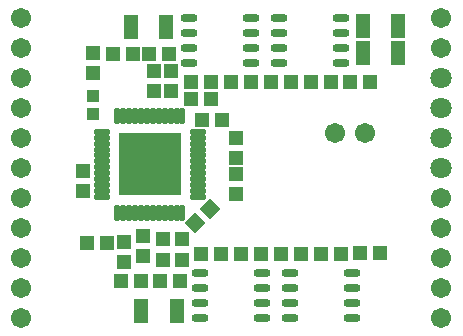
<source format=gts>
G04*
G04 #@! TF.GenerationSoftware,Altium Limited,Altium Designer,18.0.11 (651)*
G04*
G04 Layer_Color=8388736*
%FSLAX25Y25*%
%MOIN*%
G70*
G01*
G75*
%ADD26R,0.05131X0.04737*%
%ADD27R,0.04737X0.05131*%
%ADD28R,0.05131X0.07887*%
G04:AMPARAMS|DCode=29|XSize=47.37mil|YSize=51.31mil|CornerRadius=0mil|HoleSize=0mil|Usage=FLASHONLY|Rotation=45.000|XOffset=0mil|YOffset=0mil|HoleType=Round|Shape=Rectangle|*
%AMROTATEDRECTD29*
4,1,4,0.00139,-0.03489,-0.03489,0.00139,-0.00139,0.03489,0.03489,-0.00139,0.00139,-0.03489,0.0*
%
%ADD29ROTATEDRECTD29*%

%ADD30R,0.03950X0.03950*%
%ADD31O,0.02178X0.05524*%
%ADD32O,0.05524X0.02178*%
%ADD33R,0.20879X0.20879*%
%ADD34O,0.05721X0.02965*%
%ADD35C,0.07099*%
%ADD36C,0.06706*%
%ADD37C,0.02769*%
D26*
X-119226Y-57624D02*
D03*
Y-50932D02*
D03*
X-95700Y-24347D02*
D03*
Y-17653D02*
D03*
X-105633Y-74707D02*
D03*
Y-81400D02*
D03*
X-86400Y-80546D02*
D03*
Y-73853D02*
D03*
X-99333Y-72654D02*
D03*
Y-79347D02*
D03*
X-92567Y-73853D02*
D03*
Y-80546D02*
D03*
X-90000Y-24347D02*
D03*
Y-17653D02*
D03*
X-68300Y-51954D02*
D03*
Y-58647D02*
D03*
Y-46646D02*
D03*
Y-39954D02*
D03*
X-116000Y-11654D02*
D03*
Y-18347D02*
D03*
D27*
X-76653Y-27000D02*
D03*
X-83346D02*
D03*
X-79847Y-34000D02*
D03*
X-73154D02*
D03*
X-26893Y-78500D02*
D03*
X-20200D02*
D03*
X-30347Y-21200D02*
D03*
X-23653D02*
D03*
X-33450Y-78800D02*
D03*
X-40143D02*
D03*
X-66643D02*
D03*
X-59950D02*
D03*
X-49987Y-21200D02*
D03*
X-56680D02*
D03*
X-83346Y-21500D02*
D03*
X-76653D02*
D03*
X-87154Y-87600D02*
D03*
X-93846D02*
D03*
X-106846D02*
D03*
X-100154D02*
D03*
X-90654Y-12000D02*
D03*
X-97347D02*
D03*
X-109346D02*
D03*
X-102654D02*
D03*
X-53393Y-78800D02*
D03*
X-46700D02*
D03*
X-73200Y-78800D02*
D03*
X-79893D02*
D03*
X-43347Y-21200D02*
D03*
X-36654D02*
D03*
X-63320D02*
D03*
X-70013D02*
D03*
X-118046Y-74904D02*
D03*
X-111354D02*
D03*
D28*
X-26006Y-11800D02*
D03*
X-14195D02*
D03*
X-26006Y-2800D02*
D03*
X-14195D02*
D03*
X-88095Y-97600D02*
D03*
X-99906D02*
D03*
X-91594Y-3000D02*
D03*
X-103405D02*
D03*
D29*
X-81872Y-68466D02*
D03*
X-77139Y-63734D02*
D03*
D30*
X-116000Y-26047D02*
D03*
Y-31953D02*
D03*
D31*
X-86215Y-32645D02*
D03*
X-88183D02*
D03*
X-90152D02*
D03*
X-92120D02*
D03*
X-94089D02*
D03*
X-96057D02*
D03*
X-98026D02*
D03*
X-99994D02*
D03*
X-101963D02*
D03*
X-103931D02*
D03*
X-105900D02*
D03*
X-107868D02*
D03*
Y-64928D02*
D03*
X-105900D02*
D03*
X-103931D02*
D03*
X-101963D02*
D03*
X-99994D02*
D03*
X-98026D02*
D03*
X-96057D02*
D03*
X-94089D02*
D03*
X-92120D02*
D03*
X-90152D02*
D03*
X-88183D02*
D03*
X-86215D02*
D03*
D32*
X-113183Y-37960D02*
D03*
Y-39928D02*
D03*
Y-41897D02*
D03*
Y-43865D02*
D03*
Y-45834D02*
D03*
Y-47802D02*
D03*
Y-49771D02*
D03*
Y-51739D02*
D03*
Y-53708D02*
D03*
Y-55676D02*
D03*
Y-57645D02*
D03*
Y-59613D02*
D03*
X-80900D02*
D03*
Y-57645D02*
D03*
Y-55676D02*
D03*
Y-53708D02*
D03*
Y-51739D02*
D03*
Y-49771D02*
D03*
Y-47802D02*
D03*
Y-45834D02*
D03*
Y-43865D02*
D03*
Y-41897D02*
D03*
Y-39928D02*
D03*
Y-37960D02*
D03*
D33*
X-97042Y-48787D02*
D03*
D34*
X-29768Y-100100D02*
D03*
Y-95100D02*
D03*
Y-90100D02*
D03*
Y-85100D02*
D03*
X-50438Y-100100D02*
D03*
Y-95100D02*
D03*
Y-90100D02*
D03*
Y-85100D02*
D03*
X-59768Y-100100D02*
D03*
Y-95100D02*
D03*
Y-90100D02*
D03*
Y-85100D02*
D03*
X-80438Y-100100D02*
D03*
Y-95100D02*
D03*
Y-90100D02*
D03*
Y-85100D02*
D03*
X-33268Y-14900D02*
D03*
Y-9900D02*
D03*
Y-4900D02*
D03*
Y100D02*
D03*
X-53938Y-14900D02*
D03*
Y-9900D02*
D03*
Y-4900D02*
D03*
Y100D02*
D03*
X-63268Y-14900D02*
D03*
Y-9900D02*
D03*
Y-4900D02*
D03*
Y100D02*
D03*
X-83938Y-14900D02*
D03*
Y-9900D02*
D03*
Y-4900D02*
D03*
Y100D02*
D03*
D35*
X0Y-50000D02*
D03*
Y-40000D02*
D03*
Y-30000D02*
D03*
Y-20000D02*
D03*
D36*
X-140000Y-60000D02*
D03*
Y-100000D02*
D03*
Y-90000D02*
D03*
Y-80000D02*
D03*
Y-70000D02*
D03*
Y-20000D02*
D03*
Y-30000D02*
D03*
Y-40000D02*
D03*
Y-50000D02*
D03*
X0Y-80000D02*
D03*
Y-100000D02*
D03*
Y-90000D02*
D03*
X-140000Y0D02*
D03*
Y-10000D02*
D03*
X0Y0D02*
D03*
Y-10000D02*
D03*
Y-60000D02*
D03*
Y-70000D02*
D03*
X-35268Y-38400D02*
D03*
X-25268D02*
D03*
D37*
X-92711Y-40125D02*
D03*
X-88380D02*
D03*
X-105703Y-57448D02*
D03*
X-97042D02*
D03*
X-92711D02*
D03*
X-88380D02*
D03*
X-101372D02*
D03*
X-88380Y-44456D02*
D03*
Y-48787D02*
D03*
Y-53117D02*
D03*
X-92711Y-44456D02*
D03*
Y-48787D02*
D03*
Y-53117D02*
D03*
X-97042Y-40125D02*
D03*
Y-44456D02*
D03*
Y-48787D02*
D03*
Y-53117D02*
D03*
X-101372Y-40125D02*
D03*
Y-44456D02*
D03*
Y-48787D02*
D03*
Y-53117D02*
D03*
X-105703Y-40125D02*
D03*
Y-44456D02*
D03*
Y-48787D02*
D03*
Y-53117D02*
D03*
M02*

</source>
